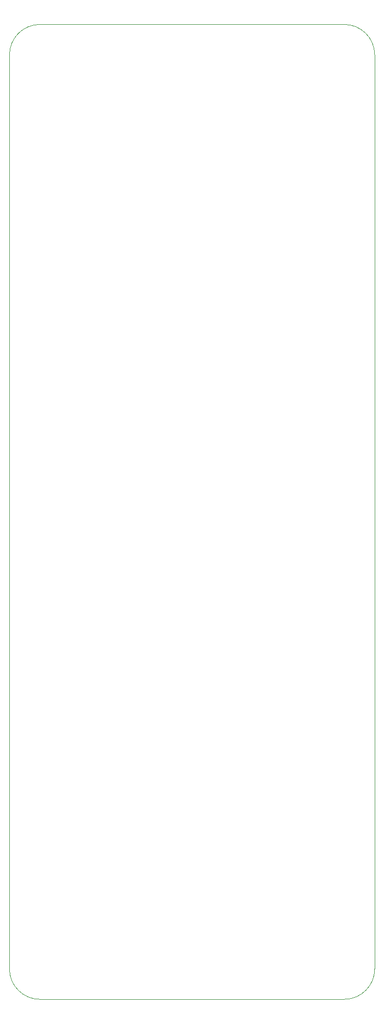
<source format=gm1>
G04 #@! TF.GenerationSoftware,KiCad,Pcbnew,7.0.11*
G04 #@! TF.CreationDate,2024-09-13T15:18:52-04:00*
G04 #@! TF.ProjectId,cluster-pcb,636c7573-7465-4722-9d70-63622e6b6963,1.2*
G04 #@! TF.SameCoordinates,Original*
G04 #@! TF.FileFunction,Profile,NP*
%FSLAX46Y46*%
G04 Gerber Fmt 4.6, Leading zero omitted, Abs format (unit mm)*
G04 Created by KiCad (PCBNEW 7.0.11) date 2024-09-13 15:18:52*
%MOMM*%
%LPD*%
G01*
G04 APERTURE LIST*
G04 #@! TA.AperFunction,Profile*
%ADD10C,0.100000*%
G04 #@! TD*
G04 APERTURE END LIST*
D10*
X77400000Y-21600000D02*
G75*
G03*
X72400000Y-26600000I0J-5000000D01*
G01*
X72400000Y-176600000D02*
X72400000Y-26600000D01*
X132400000Y-26600000D02*
X132400000Y-176600000D01*
X127400000Y-181600000D02*
G75*
G03*
X132400000Y-176600000I0J5000000D01*
G01*
X132400000Y-26600000D02*
G75*
G03*
X127400000Y-21600000I-5000000J0D01*
G01*
X72400000Y-176600000D02*
G75*
G03*
X77400000Y-181600000I5000000J0D01*
G01*
X127400000Y-181600000D02*
X77400000Y-181600000D01*
X77400000Y-21600000D02*
X127400000Y-21600000D01*
M02*

</source>
